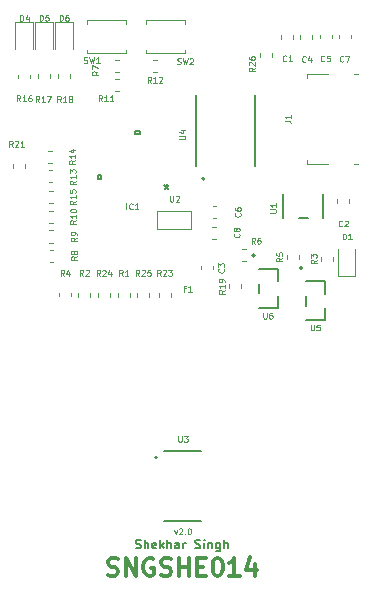
<source format=gbr>
G04 #@! TF.GenerationSoftware,KiCad,Pcbnew,(5.1.5)-3*
G04 #@! TF.CreationDate,2020-09-28T16:56:36+02:00*
G04 #@! TF.ProjectId,MAX30102_Pulse Ox,4d415833-3031-4303-925f-50756c736520,v1.4*
G04 #@! TF.SameCoordinates,Original*
G04 #@! TF.FileFunction,Legend,Top*
G04 #@! TF.FilePolarity,Positive*
%FSLAX46Y46*%
G04 Gerber Fmt 4.6, Leading zero omitted, Abs format (unit mm)*
G04 Created by KiCad (PCBNEW (5.1.5)-3) date 2020-09-28 16:56:36*
%MOMM*%
%LPD*%
G04 APERTURE LIST*
%ADD10C,0.100000*%
%ADD11C,0.150000*%
%ADD12C,0.350000*%
%ADD13C,0.120000*%
%ADD14C,0.152400*%
%ADD15C,0.080000*%
%ADD16C,0.200000*%
%ADD17C,0.127000*%
G04 APERTURE END LIST*
D10*
X144285714Y-118742857D02*
X144404761Y-119076190D01*
X144523809Y-118742857D01*
X144690476Y-118623809D02*
X144714285Y-118600000D01*
X144761904Y-118576190D01*
X144880952Y-118576190D01*
X144928571Y-118600000D01*
X144952380Y-118623809D01*
X144976190Y-118671428D01*
X144976190Y-118719047D01*
X144952380Y-118790476D01*
X144666666Y-119076190D01*
X144976190Y-119076190D01*
X145190476Y-119028571D02*
X145214285Y-119052380D01*
X145190476Y-119076190D01*
X145166666Y-119052380D01*
X145190476Y-119028571D01*
X145190476Y-119076190D01*
X145523809Y-118576190D02*
X145571428Y-118576190D01*
X145619047Y-118600000D01*
X145642857Y-118623809D01*
X145666666Y-118671428D01*
X145690476Y-118766666D01*
X145690476Y-118885714D01*
X145666666Y-118980952D01*
X145642857Y-119028571D01*
X145619047Y-119052380D01*
X145571428Y-119076190D01*
X145523809Y-119076190D01*
X145476190Y-119052380D01*
X145452380Y-119028571D01*
X145428571Y-118980952D01*
X145404761Y-118885714D01*
X145404761Y-118766666D01*
X145428571Y-118671428D01*
X145452380Y-118623809D01*
X145476190Y-118600000D01*
X145523809Y-118576190D01*
D11*
X141021428Y-120253571D02*
X141128571Y-120289285D01*
X141307142Y-120289285D01*
X141378571Y-120253571D01*
X141414285Y-120217857D01*
X141450000Y-120146428D01*
X141450000Y-120075000D01*
X141414285Y-120003571D01*
X141378571Y-119967857D01*
X141307142Y-119932142D01*
X141164285Y-119896428D01*
X141092857Y-119860714D01*
X141057142Y-119825000D01*
X141021428Y-119753571D01*
X141021428Y-119682142D01*
X141057142Y-119610714D01*
X141092857Y-119575000D01*
X141164285Y-119539285D01*
X141342857Y-119539285D01*
X141450000Y-119575000D01*
X141771428Y-120289285D02*
X141771428Y-119539285D01*
X142092857Y-120289285D02*
X142092857Y-119896428D01*
X142057142Y-119825000D01*
X141985714Y-119789285D01*
X141878571Y-119789285D01*
X141807142Y-119825000D01*
X141771428Y-119860714D01*
X142735714Y-120253571D02*
X142664285Y-120289285D01*
X142521428Y-120289285D01*
X142450000Y-120253571D01*
X142414285Y-120182142D01*
X142414285Y-119896428D01*
X142450000Y-119825000D01*
X142521428Y-119789285D01*
X142664285Y-119789285D01*
X142735714Y-119825000D01*
X142771428Y-119896428D01*
X142771428Y-119967857D01*
X142414285Y-120039285D01*
X143092857Y-120289285D02*
X143092857Y-119539285D01*
X143164285Y-120003571D02*
X143378571Y-120289285D01*
X143378571Y-119789285D02*
X143092857Y-120075000D01*
X143700000Y-120289285D02*
X143700000Y-119539285D01*
X144021428Y-120289285D02*
X144021428Y-119896428D01*
X143985714Y-119825000D01*
X143914285Y-119789285D01*
X143807142Y-119789285D01*
X143735714Y-119825000D01*
X143700000Y-119860714D01*
X144700000Y-120289285D02*
X144700000Y-119896428D01*
X144664285Y-119825000D01*
X144592857Y-119789285D01*
X144450000Y-119789285D01*
X144378571Y-119825000D01*
X144700000Y-120253571D02*
X144628571Y-120289285D01*
X144450000Y-120289285D01*
X144378571Y-120253571D01*
X144342857Y-120182142D01*
X144342857Y-120110714D01*
X144378571Y-120039285D01*
X144450000Y-120003571D01*
X144628571Y-120003571D01*
X144700000Y-119967857D01*
X145057142Y-120289285D02*
X145057142Y-119789285D01*
X145057142Y-119932142D02*
X145092857Y-119860714D01*
X145128571Y-119825000D01*
X145200000Y-119789285D01*
X145271428Y-119789285D01*
X146057142Y-120253571D02*
X146164285Y-120289285D01*
X146342857Y-120289285D01*
X146414285Y-120253571D01*
X146450000Y-120217857D01*
X146485714Y-120146428D01*
X146485714Y-120075000D01*
X146450000Y-120003571D01*
X146414285Y-119967857D01*
X146342857Y-119932142D01*
X146200000Y-119896428D01*
X146128571Y-119860714D01*
X146092857Y-119825000D01*
X146057142Y-119753571D01*
X146057142Y-119682142D01*
X146092857Y-119610714D01*
X146128571Y-119575000D01*
X146200000Y-119539285D01*
X146378571Y-119539285D01*
X146485714Y-119575000D01*
X146807142Y-120289285D02*
X146807142Y-119789285D01*
X146807142Y-119539285D02*
X146771428Y-119575000D01*
X146807142Y-119610714D01*
X146842857Y-119575000D01*
X146807142Y-119539285D01*
X146807142Y-119610714D01*
X147164285Y-119789285D02*
X147164285Y-120289285D01*
X147164285Y-119860714D02*
X147200000Y-119825000D01*
X147271428Y-119789285D01*
X147378571Y-119789285D01*
X147450000Y-119825000D01*
X147485714Y-119896428D01*
X147485714Y-120289285D01*
X148164285Y-119789285D02*
X148164285Y-120396428D01*
X148128571Y-120467857D01*
X148092857Y-120503571D01*
X148021428Y-120539285D01*
X147914285Y-120539285D01*
X147842857Y-120503571D01*
X148164285Y-120253571D02*
X148092857Y-120289285D01*
X147950000Y-120289285D01*
X147878571Y-120253571D01*
X147842857Y-120217857D01*
X147807142Y-120146428D01*
X147807142Y-119932142D01*
X147842857Y-119860714D01*
X147878571Y-119825000D01*
X147950000Y-119789285D01*
X148092857Y-119789285D01*
X148164285Y-119825000D01*
X148521428Y-120289285D02*
X148521428Y-119539285D01*
X148842857Y-120289285D02*
X148842857Y-119896428D01*
X148807142Y-119825000D01*
X148735714Y-119789285D01*
X148628571Y-119789285D01*
X148557142Y-119825000D01*
X148521428Y-119860714D01*
D12*
X138664285Y-122532142D02*
X138878571Y-122603571D01*
X139235714Y-122603571D01*
X139378571Y-122532142D01*
X139450000Y-122460714D01*
X139521428Y-122317857D01*
X139521428Y-122175000D01*
X139450000Y-122032142D01*
X139378571Y-121960714D01*
X139235714Y-121889285D01*
X138950000Y-121817857D01*
X138807142Y-121746428D01*
X138735714Y-121675000D01*
X138664285Y-121532142D01*
X138664285Y-121389285D01*
X138735714Y-121246428D01*
X138807142Y-121175000D01*
X138950000Y-121103571D01*
X139307142Y-121103571D01*
X139521428Y-121175000D01*
X140164285Y-122603571D02*
X140164285Y-121103571D01*
X141021428Y-122603571D01*
X141021428Y-121103571D01*
X142521428Y-121175000D02*
X142378571Y-121103571D01*
X142164285Y-121103571D01*
X141950000Y-121175000D01*
X141807142Y-121317857D01*
X141735714Y-121460714D01*
X141664285Y-121746428D01*
X141664285Y-121960714D01*
X141735714Y-122246428D01*
X141807142Y-122389285D01*
X141950000Y-122532142D01*
X142164285Y-122603571D01*
X142307142Y-122603571D01*
X142521428Y-122532142D01*
X142592857Y-122460714D01*
X142592857Y-121960714D01*
X142307142Y-121960714D01*
X143164285Y-122532142D02*
X143378571Y-122603571D01*
X143735714Y-122603571D01*
X143878571Y-122532142D01*
X143950000Y-122460714D01*
X144021428Y-122317857D01*
X144021428Y-122175000D01*
X143950000Y-122032142D01*
X143878571Y-121960714D01*
X143735714Y-121889285D01*
X143450000Y-121817857D01*
X143307142Y-121746428D01*
X143235714Y-121675000D01*
X143164285Y-121532142D01*
X143164285Y-121389285D01*
X143235714Y-121246428D01*
X143307142Y-121175000D01*
X143450000Y-121103571D01*
X143807142Y-121103571D01*
X144021428Y-121175000D01*
X144664285Y-122603571D02*
X144664285Y-121103571D01*
X144664285Y-121817857D02*
X145521428Y-121817857D01*
X145521428Y-122603571D02*
X145521428Y-121103571D01*
X146235714Y-121817857D02*
X146735714Y-121817857D01*
X146950000Y-122603571D02*
X146235714Y-122603571D01*
X146235714Y-121103571D01*
X146950000Y-121103571D01*
X147878571Y-121103571D02*
X148021428Y-121103571D01*
X148164285Y-121175000D01*
X148235714Y-121246428D01*
X148307142Y-121389285D01*
X148378571Y-121675000D01*
X148378571Y-122032142D01*
X148307142Y-122317857D01*
X148235714Y-122460714D01*
X148164285Y-122532142D01*
X148021428Y-122603571D01*
X147878571Y-122603571D01*
X147735714Y-122532142D01*
X147664285Y-122460714D01*
X147592857Y-122317857D01*
X147521428Y-122032142D01*
X147521428Y-121675000D01*
X147592857Y-121389285D01*
X147664285Y-121246428D01*
X147735714Y-121175000D01*
X147878571Y-121103571D01*
X149807142Y-122603571D02*
X148950000Y-122603571D01*
X149378571Y-122603571D02*
X149378571Y-121103571D01*
X149235714Y-121317857D01*
X149092857Y-121460714D01*
X148950000Y-121532142D01*
X151092857Y-121603571D02*
X151092857Y-122603571D01*
X150735714Y-121032142D02*
X150378571Y-122103571D01*
X151307142Y-122103571D01*
D13*
X153315000Y-76787221D02*
X153315000Y-77112779D01*
X154335000Y-76787221D02*
X154335000Y-77112779D01*
X158065000Y-90724721D02*
X158065000Y-91050279D01*
X159085000Y-90724721D02*
X159085000Y-91050279D01*
X146540000Y-96662779D02*
X146540000Y-96337221D01*
X147560000Y-96662779D02*
X147560000Y-96337221D01*
X155960000Y-76787221D02*
X155960000Y-77112779D01*
X154940000Y-76787221D02*
X154940000Y-77112779D01*
X157610000Y-76774721D02*
X157610000Y-77100279D01*
X156590000Y-76774721D02*
X156590000Y-77100279D01*
X147524721Y-91265000D02*
X147850279Y-91265000D01*
X147524721Y-92285000D02*
X147850279Y-92285000D01*
X158215000Y-76774721D02*
X158215000Y-77100279D01*
X159235000Y-76774721D02*
X159235000Y-77100279D01*
X147512221Y-94085000D02*
X147837779Y-94085000D01*
X147512221Y-93065000D02*
X147837779Y-93065000D01*
X159585000Y-97247500D02*
X159585000Y-94962500D01*
X158115000Y-97247500D02*
X159585000Y-97247500D01*
X158115000Y-94962500D02*
X158115000Y-97247500D01*
X132285000Y-78025000D02*
X132285000Y-75740000D01*
X132285000Y-75740000D02*
X130815000Y-75740000D01*
X130815000Y-75740000D02*
X130815000Y-78025000D01*
X132515000Y-75740000D02*
X132515000Y-78025000D01*
X133985000Y-75740000D02*
X132515000Y-75740000D01*
X133985000Y-78025000D02*
X133985000Y-75740000D01*
X135685000Y-78000000D02*
X135685000Y-75715000D01*
X135685000Y-75715000D02*
X134215000Y-75715000D01*
X134215000Y-75715000D02*
X134215000Y-78000000D01*
D14*
X141340880Y-85226326D02*
X141340880Y-84972326D01*
X141340880Y-84972326D02*
X140959880Y-84972326D01*
X140959880Y-84972326D02*
X140959880Y-85226326D01*
X140959880Y-85226326D02*
X141340880Y-85226326D01*
X137797326Y-89016260D02*
X137797326Y-88635260D01*
X137797326Y-88635260D02*
X138051326Y-88635260D01*
X138051326Y-88635260D02*
X138051326Y-89016260D01*
X138051326Y-89016260D02*
X137797326Y-89016260D01*
D13*
X155490000Y-80115000D02*
X155490000Y-80495000D01*
X159540000Y-80115000D02*
X159800000Y-80115000D01*
X155490000Y-80115000D02*
X157260000Y-80115000D01*
X155490000Y-87735000D02*
X155490000Y-87355000D01*
X157260000Y-87735000D02*
X155490000Y-87735000D01*
X159800000Y-87735000D02*
X159540000Y-87735000D01*
X140510000Y-98962779D02*
X140510000Y-98637221D01*
X139490000Y-98962779D02*
X139490000Y-98637221D01*
X136165000Y-98962779D02*
X136165000Y-98637221D01*
X137185000Y-98962779D02*
X137185000Y-98637221D01*
X157685000Y-95912779D02*
X157685000Y-95587221D01*
X156665000Y-95912779D02*
X156665000Y-95587221D01*
X135535000Y-98950279D02*
X135535000Y-98624721D01*
X134515000Y-98950279D02*
X134515000Y-98624721D01*
X153865000Y-95800279D02*
X153865000Y-95474721D01*
X154885000Y-95800279D02*
X154885000Y-95474721D01*
X150049721Y-95935000D02*
X150375279Y-95935000D01*
X150049721Y-94915000D02*
X150375279Y-94915000D01*
X139262221Y-80565000D02*
X139587779Y-80565000D01*
X139262221Y-81585000D02*
X139587779Y-81585000D01*
X134050279Y-95015000D02*
X133724721Y-95015000D01*
X134050279Y-96035000D02*
X133724721Y-96035000D01*
X134025279Y-94385000D02*
X133699721Y-94385000D01*
X134025279Y-93365000D02*
X133699721Y-93365000D01*
X134000279Y-91690000D02*
X133674721Y-91690000D01*
X134000279Y-92710000D02*
X133674721Y-92710000D01*
X139287221Y-79985000D02*
X139612779Y-79985000D01*
X139287221Y-78965000D02*
X139612779Y-78965000D01*
X142800279Y-79985000D02*
X142474721Y-79985000D01*
X142800279Y-78965000D02*
X142474721Y-78965000D01*
X133962779Y-88265000D02*
X133637221Y-88265000D01*
X133962779Y-89285000D02*
X133637221Y-89285000D01*
X133950279Y-87635000D02*
X133624721Y-87635000D01*
X133950279Y-86615000D02*
X133624721Y-86615000D01*
X133987779Y-90015000D02*
X133662221Y-90015000D01*
X133987779Y-91035000D02*
X133662221Y-91035000D01*
X132035000Y-80162221D02*
X132035000Y-80487779D01*
X131015000Y-80162221D02*
X131015000Y-80487779D01*
X132740000Y-80149721D02*
X132740000Y-80475279D01*
X133760000Y-80149721D02*
X133760000Y-80475279D01*
X135460000Y-80149721D02*
X135460000Y-80475279D01*
X134440000Y-80149721D02*
X134440000Y-80475279D01*
X148915000Y-98262779D02*
X148915000Y-97937221D01*
X149935000Y-98262779D02*
X149935000Y-97937221D01*
X130590000Y-88037779D02*
X130590000Y-87712221D01*
X131610000Y-88037779D02*
X131610000Y-87712221D01*
X143985000Y-98662221D02*
X143985000Y-98987779D01*
X142965000Y-98662221D02*
X142965000Y-98987779D01*
X137815000Y-98662221D02*
X137815000Y-98987779D01*
X138835000Y-98662221D02*
X138835000Y-98987779D01*
X142160000Y-98637221D02*
X142160000Y-98962779D01*
X141140000Y-98637221D02*
X141140000Y-98962779D01*
X152535000Y-78700279D02*
X152535000Y-78374721D01*
X151515000Y-78700279D02*
X151515000Y-78374721D01*
X136875000Y-78375000D02*
X136875000Y-78075000D01*
X140175000Y-78375000D02*
X136875000Y-78375000D01*
X140175000Y-78075000D02*
X140175000Y-78375000D01*
X136875000Y-75575000D02*
X136875000Y-75875000D01*
X140175000Y-75575000D02*
X136875000Y-75575000D01*
X140175000Y-75875000D02*
X140175000Y-75575000D01*
X141925000Y-78075000D02*
X141925000Y-78375000D01*
X141925000Y-78375000D02*
X145225000Y-78375000D01*
X145225000Y-78375000D02*
X145225000Y-78075000D01*
X141925000Y-75875000D02*
X141925000Y-75575000D01*
X141925000Y-75575000D02*
X145225000Y-75575000D01*
X145225000Y-75575000D02*
X145225000Y-75875000D01*
D14*
X153523600Y-90271300D02*
X153523600Y-92328700D01*
X154836739Y-92328700D02*
X155563261Y-92328700D01*
X156876400Y-92328700D02*
X156876400Y-90271300D01*
D15*
X145725000Y-91675000D02*
X145725000Y-93275000D01*
X142825000Y-91675000D02*
X142825000Y-93275000D01*
X145725000Y-91675000D02*
X142825000Y-91675000D01*
X145725000Y-93275000D02*
X142825000Y-93275000D01*
D14*
X143425200Y-117971800D02*
X146574800Y-117971800D01*
X146574800Y-112028200D02*
X143425200Y-112028200D01*
X142826801Y-112600000D02*
G75*
G03X142826801Y-112600000I-76200J0D01*
G01*
D16*
X146820000Y-88985000D02*
G75*
G03X146820000Y-88985000I-100000J0D01*
G01*
D17*
X146125000Y-87925000D02*
X146125000Y-81925000D01*
X151125000Y-87925000D02*
X151125000Y-81925000D01*
D14*
X155417999Y-98913140D02*
X155417999Y-99736858D01*
X155417999Y-100976999D02*
X157071999Y-100976999D01*
X157071999Y-100976999D02*
X157071999Y-99938139D01*
X157071999Y-97672999D02*
X155417999Y-97672999D01*
X157071999Y-98711859D02*
X157071999Y-97672999D01*
X155121999Y-96529999D02*
G75*
G03X155121999Y-96529999I-127000J0D01*
G01*
X151152000Y-95480000D02*
G75*
G03X151152000Y-95480000I-127000J0D01*
G01*
X153102000Y-97661860D02*
X153102000Y-96623000D01*
X153102000Y-96623000D02*
X151448000Y-96623000D01*
X153102000Y-99927000D02*
X153102000Y-98888140D01*
X151448000Y-99927000D02*
X153102000Y-99927000D01*
X151448000Y-97863141D02*
X151448000Y-98686859D01*
D10*
X153771667Y-78998570D02*
X153747858Y-79022379D01*
X153676429Y-79046189D01*
X153628810Y-79046189D01*
X153557381Y-79022379D01*
X153509762Y-78974760D01*
X153485953Y-78927141D01*
X153462143Y-78831903D01*
X153462143Y-78760475D01*
X153485953Y-78665237D01*
X153509762Y-78617618D01*
X153557381Y-78569999D01*
X153628810Y-78546189D01*
X153676429Y-78546189D01*
X153747858Y-78569999D01*
X153771667Y-78593808D01*
X154247858Y-79046189D02*
X153962143Y-79046189D01*
X154105001Y-79046189D02*
X154105001Y-78546189D01*
X154057381Y-78617618D01*
X154009762Y-78665237D01*
X153962143Y-78689046D01*
X158516666Y-92978571D02*
X158492857Y-93002380D01*
X158421428Y-93026190D01*
X158373809Y-93026190D01*
X158302380Y-93002380D01*
X158254761Y-92954761D01*
X158230952Y-92907142D01*
X158207142Y-92811904D01*
X158207142Y-92740476D01*
X158230952Y-92645238D01*
X158254761Y-92597619D01*
X158302380Y-92550000D01*
X158373809Y-92526190D01*
X158421428Y-92526190D01*
X158492857Y-92550000D01*
X158516666Y-92573809D01*
X158707142Y-92573809D02*
X158730952Y-92550000D01*
X158778571Y-92526190D01*
X158897619Y-92526190D01*
X158945238Y-92550000D01*
X158969047Y-92573809D01*
X158992857Y-92621428D01*
X158992857Y-92669047D01*
X158969047Y-92740476D01*
X158683333Y-93026190D01*
X158992857Y-93026190D01*
X148453571Y-96620833D02*
X148477380Y-96644642D01*
X148501190Y-96716071D01*
X148501190Y-96763690D01*
X148477380Y-96835119D01*
X148429761Y-96882738D01*
X148382142Y-96906547D01*
X148286904Y-96930357D01*
X148215476Y-96930357D01*
X148120238Y-96906547D01*
X148072619Y-96882738D01*
X148025000Y-96835119D01*
X148001190Y-96763690D01*
X148001190Y-96716071D01*
X148025000Y-96644642D01*
X148048809Y-96620833D01*
X148001190Y-96454166D02*
X148001190Y-96144642D01*
X148191666Y-96311309D01*
X148191666Y-96239880D01*
X148215476Y-96192261D01*
X148239285Y-96168452D01*
X148286904Y-96144642D01*
X148405952Y-96144642D01*
X148453571Y-96168452D01*
X148477380Y-96192261D01*
X148501190Y-96239880D01*
X148501190Y-96382738D01*
X148477380Y-96430357D01*
X148453571Y-96454166D01*
X155416666Y-79053571D02*
X155392857Y-79077380D01*
X155321428Y-79101190D01*
X155273809Y-79101190D01*
X155202380Y-79077380D01*
X155154761Y-79029761D01*
X155130952Y-78982142D01*
X155107142Y-78886904D01*
X155107142Y-78815476D01*
X155130952Y-78720238D01*
X155154761Y-78672619D01*
X155202380Y-78625000D01*
X155273809Y-78601190D01*
X155321428Y-78601190D01*
X155392857Y-78625000D01*
X155416666Y-78648809D01*
X155845238Y-78767857D02*
X155845238Y-79101190D01*
X155726190Y-78577380D02*
X155607142Y-78934523D01*
X155916666Y-78934523D01*
X156991666Y-79003571D02*
X156967857Y-79027380D01*
X156896428Y-79051190D01*
X156848809Y-79051190D01*
X156777380Y-79027380D01*
X156729761Y-78979761D01*
X156705952Y-78932142D01*
X156682142Y-78836904D01*
X156682142Y-78765476D01*
X156705952Y-78670238D01*
X156729761Y-78622619D01*
X156777380Y-78575000D01*
X156848809Y-78551190D01*
X156896428Y-78551190D01*
X156967857Y-78575000D01*
X156991666Y-78598809D01*
X157444047Y-78551190D02*
X157205952Y-78551190D01*
X157182142Y-78789285D01*
X157205952Y-78765476D01*
X157253571Y-78741666D01*
X157372619Y-78741666D01*
X157420238Y-78765476D01*
X157444047Y-78789285D01*
X157467857Y-78836904D01*
X157467857Y-78955952D01*
X157444047Y-79003571D01*
X157420238Y-79027380D01*
X157372619Y-79051190D01*
X157253571Y-79051190D01*
X157205952Y-79027380D01*
X157182142Y-79003571D01*
X149853571Y-91883333D02*
X149877380Y-91907142D01*
X149901190Y-91978571D01*
X149901190Y-92026190D01*
X149877380Y-92097619D01*
X149829761Y-92145238D01*
X149782142Y-92169047D01*
X149686904Y-92192857D01*
X149615476Y-92192857D01*
X149520238Y-92169047D01*
X149472619Y-92145238D01*
X149425000Y-92097619D01*
X149401190Y-92026190D01*
X149401190Y-91978571D01*
X149425000Y-91907142D01*
X149448809Y-91883333D01*
X149401190Y-91454761D02*
X149401190Y-91550000D01*
X149425000Y-91597619D01*
X149448809Y-91621428D01*
X149520238Y-91669047D01*
X149615476Y-91692857D01*
X149805952Y-91692857D01*
X149853571Y-91669047D01*
X149877380Y-91645238D01*
X149901190Y-91597619D01*
X149901190Y-91502380D01*
X149877380Y-91454761D01*
X149853571Y-91430952D01*
X149805952Y-91407142D01*
X149686904Y-91407142D01*
X149639285Y-91430952D01*
X149615476Y-91454761D01*
X149591666Y-91502380D01*
X149591666Y-91597619D01*
X149615476Y-91645238D01*
X149639285Y-91669047D01*
X149686904Y-91692857D01*
X158591666Y-79028571D02*
X158567857Y-79052380D01*
X158496428Y-79076190D01*
X158448809Y-79076190D01*
X158377380Y-79052380D01*
X158329761Y-79004761D01*
X158305952Y-78957142D01*
X158282142Y-78861904D01*
X158282142Y-78790476D01*
X158305952Y-78695238D01*
X158329761Y-78647619D01*
X158377380Y-78600000D01*
X158448809Y-78576190D01*
X158496428Y-78576190D01*
X158567857Y-78600000D01*
X158591666Y-78623809D01*
X158758333Y-78576190D02*
X159091666Y-78576190D01*
X158877380Y-79076190D01*
X149778571Y-93633333D02*
X149802380Y-93657142D01*
X149826190Y-93728571D01*
X149826190Y-93776190D01*
X149802380Y-93847619D01*
X149754761Y-93895238D01*
X149707142Y-93919047D01*
X149611904Y-93942857D01*
X149540476Y-93942857D01*
X149445238Y-93919047D01*
X149397619Y-93895238D01*
X149350000Y-93847619D01*
X149326190Y-93776190D01*
X149326190Y-93728571D01*
X149350000Y-93657142D01*
X149373809Y-93633333D01*
X149540476Y-93347619D02*
X149516666Y-93395238D01*
X149492857Y-93419047D01*
X149445238Y-93442857D01*
X149421428Y-93442857D01*
X149373809Y-93419047D01*
X149350000Y-93395238D01*
X149326190Y-93347619D01*
X149326190Y-93252380D01*
X149350000Y-93204761D01*
X149373809Y-93180952D01*
X149421428Y-93157142D01*
X149445238Y-93157142D01*
X149492857Y-93180952D01*
X149516666Y-93204761D01*
X149540476Y-93252380D01*
X149540476Y-93347619D01*
X149564285Y-93395238D01*
X149588095Y-93419047D01*
X149635714Y-93442857D01*
X149730952Y-93442857D01*
X149778571Y-93419047D01*
X149802380Y-93395238D01*
X149826190Y-93347619D01*
X149826190Y-93252380D01*
X149802380Y-93204761D01*
X149778571Y-93180952D01*
X149730952Y-93157142D01*
X149635714Y-93157142D01*
X149588095Y-93180952D01*
X149564285Y-93204761D01*
X149540476Y-93252380D01*
X158530952Y-94126190D02*
X158530952Y-93626190D01*
X158650000Y-93626190D01*
X158721428Y-93650000D01*
X158769047Y-93697619D01*
X158792857Y-93745238D01*
X158816666Y-93840476D01*
X158816666Y-93911904D01*
X158792857Y-94007142D01*
X158769047Y-94054761D01*
X158721428Y-94102380D01*
X158650000Y-94126190D01*
X158530952Y-94126190D01*
X159292857Y-94126190D02*
X159007142Y-94126190D01*
X159150000Y-94126190D02*
X159150000Y-93626190D01*
X159102380Y-93697619D01*
X159054761Y-93745238D01*
X159007142Y-93769047D01*
X131230952Y-75626190D02*
X131230952Y-75126190D01*
X131350000Y-75126190D01*
X131421428Y-75150000D01*
X131469047Y-75197619D01*
X131492857Y-75245238D01*
X131516666Y-75340476D01*
X131516666Y-75411904D01*
X131492857Y-75507142D01*
X131469047Y-75554761D01*
X131421428Y-75602380D01*
X131350000Y-75626190D01*
X131230952Y-75626190D01*
X131945238Y-75292857D02*
X131945238Y-75626190D01*
X131826190Y-75102380D02*
X131707142Y-75459523D01*
X132016666Y-75459523D01*
X132880952Y-75601190D02*
X132880952Y-75101190D01*
X133000000Y-75101190D01*
X133071428Y-75125000D01*
X133119047Y-75172619D01*
X133142857Y-75220238D01*
X133166666Y-75315476D01*
X133166666Y-75386904D01*
X133142857Y-75482142D01*
X133119047Y-75529761D01*
X133071428Y-75577380D01*
X133000000Y-75601190D01*
X132880952Y-75601190D01*
X133619047Y-75101190D02*
X133380952Y-75101190D01*
X133357142Y-75339285D01*
X133380952Y-75315476D01*
X133428571Y-75291666D01*
X133547619Y-75291666D01*
X133595238Y-75315476D01*
X133619047Y-75339285D01*
X133642857Y-75386904D01*
X133642857Y-75505952D01*
X133619047Y-75553571D01*
X133595238Y-75577380D01*
X133547619Y-75601190D01*
X133428571Y-75601190D01*
X133380952Y-75577380D01*
X133357142Y-75553571D01*
X134580952Y-75601190D02*
X134580952Y-75101190D01*
X134700000Y-75101190D01*
X134771428Y-75125000D01*
X134819047Y-75172619D01*
X134842857Y-75220238D01*
X134866666Y-75315476D01*
X134866666Y-75386904D01*
X134842857Y-75482142D01*
X134819047Y-75529761D01*
X134771428Y-75577380D01*
X134700000Y-75601190D01*
X134580952Y-75601190D01*
X135295238Y-75101190D02*
X135200000Y-75101190D01*
X135152380Y-75125000D01*
X135128571Y-75148809D01*
X135080952Y-75220238D01*
X135057142Y-75315476D01*
X135057142Y-75505952D01*
X135080952Y-75553571D01*
X135104761Y-75577380D01*
X135152380Y-75601190D01*
X135247619Y-75601190D01*
X135295238Y-75577380D01*
X135319047Y-75553571D01*
X135342857Y-75505952D01*
X135342857Y-75386904D01*
X135319047Y-75339285D01*
X135295238Y-75315476D01*
X135247619Y-75291666D01*
X135152380Y-75291666D01*
X135104761Y-75315476D01*
X135080952Y-75339285D01*
X135057142Y-75386904D01*
X145233333Y-98274285D02*
X145066666Y-98274285D01*
X145066666Y-98536190D02*
X145066666Y-98036190D01*
X145304761Y-98036190D01*
X145757142Y-98536190D02*
X145471428Y-98536190D01*
X145614285Y-98536190D02*
X145614285Y-98036190D01*
X145566666Y-98107619D01*
X145519047Y-98155238D01*
X145471428Y-98179047D01*
X140231904Y-91561190D02*
X140231904Y-91061190D01*
X140755714Y-91513571D02*
X140731904Y-91537380D01*
X140660476Y-91561190D01*
X140612857Y-91561190D01*
X140541428Y-91537380D01*
X140493809Y-91489761D01*
X140470000Y-91442142D01*
X140446190Y-91346904D01*
X140446190Y-91275476D01*
X140470000Y-91180238D01*
X140493809Y-91132619D01*
X140541428Y-91085000D01*
X140612857Y-91061190D01*
X140660476Y-91061190D01*
X140731904Y-91085000D01*
X140755714Y-91108809D01*
X141231904Y-91561190D02*
X140946190Y-91561190D01*
X141089047Y-91561190D02*
X141089047Y-91061190D01*
X141041428Y-91132619D01*
X140993809Y-91180238D01*
X140946190Y-91204047D01*
D11*
X143629674Y-89409710D02*
X143629674Y-89647806D01*
X143391578Y-89552568D02*
X143629674Y-89647806D01*
X143867769Y-89552568D01*
X143486816Y-89838282D02*
X143629674Y-89647806D01*
X143772531Y-89838282D01*
X143629674Y-89409710D02*
X143629674Y-89647806D01*
X143391578Y-89552568D02*
X143629674Y-89647806D01*
X143867769Y-89552568D01*
X143486816Y-89838282D02*
X143629674Y-89647806D01*
X143772531Y-89838282D01*
D10*
X153626190Y-84091666D02*
X153983333Y-84091666D01*
X154054761Y-84115476D01*
X154102380Y-84163095D01*
X154126190Y-84234523D01*
X154126190Y-84282142D01*
X154126190Y-83591666D02*
X154126190Y-83877380D01*
X154126190Y-83734523D02*
X153626190Y-83734523D01*
X153697619Y-83782142D01*
X153745238Y-83829761D01*
X153769047Y-83877380D01*
X139916666Y-97201190D02*
X139750000Y-96963095D01*
X139630952Y-97201190D02*
X139630952Y-96701190D01*
X139821428Y-96701190D01*
X139869047Y-96725000D01*
X139892857Y-96748809D01*
X139916666Y-96796428D01*
X139916666Y-96867857D01*
X139892857Y-96915476D01*
X139869047Y-96939285D01*
X139821428Y-96963095D01*
X139630952Y-96963095D01*
X140392857Y-97201190D02*
X140107142Y-97201190D01*
X140250000Y-97201190D02*
X140250000Y-96701190D01*
X140202380Y-96772619D01*
X140154761Y-96820238D01*
X140107142Y-96844047D01*
X136591666Y-97176190D02*
X136425000Y-96938095D01*
X136305952Y-97176190D02*
X136305952Y-96676190D01*
X136496428Y-96676190D01*
X136544047Y-96700000D01*
X136567857Y-96723809D01*
X136591666Y-96771428D01*
X136591666Y-96842857D01*
X136567857Y-96890476D01*
X136544047Y-96914285D01*
X136496428Y-96938095D01*
X136305952Y-96938095D01*
X136782142Y-96723809D02*
X136805952Y-96700000D01*
X136853571Y-96676190D01*
X136972619Y-96676190D01*
X137020238Y-96700000D01*
X137044047Y-96723809D01*
X137067857Y-96771428D01*
X137067857Y-96819047D01*
X137044047Y-96890476D01*
X136758333Y-97176190D01*
X137067857Y-97176190D01*
X156326190Y-95833333D02*
X156088095Y-96000000D01*
X156326190Y-96119047D02*
X155826190Y-96119047D01*
X155826190Y-95928571D01*
X155850000Y-95880952D01*
X155873809Y-95857142D01*
X155921428Y-95833333D01*
X155992857Y-95833333D01*
X156040476Y-95857142D01*
X156064285Y-95880952D01*
X156088095Y-95928571D01*
X156088095Y-96119047D01*
X155826190Y-95666666D02*
X155826190Y-95357142D01*
X156016666Y-95523809D01*
X156016666Y-95452380D01*
X156040476Y-95404761D01*
X156064285Y-95380952D01*
X156111904Y-95357142D01*
X156230952Y-95357142D01*
X156278571Y-95380952D01*
X156302380Y-95404761D01*
X156326190Y-95452380D01*
X156326190Y-95595238D01*
X156302380Y-95642857D01*
X156278571Y-95666666D01*
X134966666Y-97201190D02*
X134800000Y-96963095D01*
X134680952Y-97201190D02*
X134680952Y-96701190D01*
X134871428Y-96701190D01*
X134919047Y-96725000D01*
X134942857Y-96748809D01*
X134966666Y-96796428D01*
X134966666Y-96867857D01*
X134942857Y-96915476D01*
X134919047Y-96939285D01*
X134871428Y-96963095D01*
X134680952Y-96963095D01*
X135395238Y-96867857D02*
X135395238Y-97201190D01*
X135276190Y-96677380D02*
X135157142Y-97034523D01*
X135466666Y-97034523D01*
X153426190Y-95683333D02*
X153188095Y-95850000D01*
X153426190Y-95969047D02*
X152926190Y-95969047D01*
X152926190Y-95778571D01*
X152950000Y-95730952D01*
X152973809Y-95707142D01*
X153021428Y-95683333D01*
X153092857Y-95683333D01*
X153140476Y-95707142D01*
X153164285Y-95730952D01*
X153188095Y-95778571D01*
X153188095Y-95969047D01*
X152926190Y-95230952D02*
X152926190Y-95469047D01*
X153164285Y-95492857D01*
X153140476Y-95469047D01*
X153116666Y-95421428D01*
X153116666Y-95302380D01*
X153140476Y-95254761D01*
X153164285Y-95230952D01*
X153211904Y-95207142D01*
X153330952Y-95207142D01*
X153378571Y-95230952D01*
X153402380Y-95254761D01*
X153426190Y-95302380D01*
X153426190Y-95421428D01*
X153402380Y-95469047D01*
X153378571Y-95492857D01*
X151116666Y-94476190D02*
X150950000Y-94238095D01*
X150830952Y-94476190D02*
X150830952Y-93976190D01*
X151021428Y-93976190D01*
X151069047Y-94000000D01*
X151092857Y-94023809D01*
X151116666Y-94071428D01*
X151116666Y-94142857D01*
X151092857Y-94190476D01*
X151069047Y-94214285D01*
X151021428Y-94238095D01*
X150830952Y-94238095D01*
X151545238Y-93976190D02*
X151450000Y-93976190D01*
X151402380Y-94000000D01*
X151378571Y-94023809D01*
X151330952Y-94095238D01*
X151307142Y-94190476D01*
X151307142Y-94380952D01*
X151330952Y-94428571D01*
X151354761Y-94452380D01*
X151402380Y-94476190D01*
X151497619Y-94476190D01*
X151545238Y-94452380D01*
X151569047Y-94428571D01*
X151592857Y-94380952D01*
X151592857Y-94261904D01*
X151569047Y-94214285D01*
X151545238Y-94190476D01*
X151497619Y-94166666D01*
X151402380Y-94166666D01*
X151354761Y-94190476D01*
X151330952Y-94214285D01*
X151307142Y-94261904D01*
X137851190Y-79883333D02*
X137613095Y-80050000D01*
X137851190Y-80169047D02*
X137351190Y-80169047D01*
X137351190Y-79978571D01*
X137375000Y-79930952D01*
X137398809Y-79907142D01*
X137446428Y-79883333D01*
X137517857Y-79883333D01*
X137565476Y-79907142D01*
X137589285Y-79930952D01*
X137613095Y-79978571D01*
X137613095Y-80169047D01*
X137351190Y-79716666D02*
X137351190Y-79383333D01*
X137851190Y-79597619D01*
X136051190Y-95558333D02*
X135813095Y-95725000D01*
X136051190Y-95844047D02*
X135551190Y-95844047D01*
X135551190Y-95653571D01*
X135575000Y-95605952D01*
X135598809Y-95582142D01*
X135646428Y-95558333D01*
X135717857Y-95558333D01*
X135765476Y-95582142D01*
X135789285Y-95605952D01*
X135813095Y-95653571D01*
X135813095Y-95844047D01*
X135765476Y-95272619D02*
X135741666Y-95320238D01*
X135717857Y-95344047D01*
X135670238Y-95367857D01*
X135646428Y-95367857D01*
X135598809Y-95344047D01*
X135575000Y-95320238D01*
X135551190Y-95272619D01*
X135551190Y-95177380D01*
X135575000Y-95129761D01*
X135598809Y-95105952D01*
X135646428Y-95082142D01*
X135670238Y-95082142D01*
X135717857Y-95105952D01*
X135741666Y-95129761D01*
X135765476Y-95177380D01*
X135765476Y-95272619D01*
X135789285Y-95320238D01*
X135813095Y-95344047D01*
X135860714Y-95367857D01*
X135955952Y-95367857D01*
X136003571Y-95344047D01*
X136027380Y-95320238D01*
X136051190Y-95272619D01*
X136051190Y-95177380D01*
X136027380Y-95129761D01*
X136003571Y-95105952D01*
X135955952Y-95082142D01*
X135860714Y-95082142D01*
X135813095Y-95105952D01*
X135789285Y-95129761D01*
X135765476Y-95177380D01*
X136026190Y-93958333D02*
X135788095Y-94125000D01*
X136026190Y-94244047D02*
X135526190Y-94244047D01*
X135526190Y-94053571D01*
X135550000Y-94005952D01*
X135573809Y-93982142D01*
X135621428Y-93958333D01*
X135692857Y-93958333D01*
X135740476Y-93982142D01*
X135764285Y-94005952D01*
X135788095Y-94053571D01*
X135788095Y-94244047D01*
X136026190Y-93720238D02*
X136026190Y-93625000D01*
X136002380Y-93577380D01*
X135978571Y-93553571D01*
X135907142Y-93505952D01*
X135811904Y-93482142D01*
X135621428Y-93482142D01*
X135573809Y-93505952D01*
X135550000Y-93529761D01*
X135526190Y-93577380D01*
X135526190Y-93672619D01*
X135550000Y-93720238D01*
X135573809Y-93744047D01*
X135621428Y-93767857D01*
X135740476Y-93767857D01*
X135788095Y-93744047D01*
X135811904Y-93720238D01*
X135835714Y-93672619D01*
X135835714Y-93577380D01*
X135811904Y-93529761D01*
X135788095Y-93505952D01*
X135740476Y-93482142D01*
X135976190Y-92496428D02*
X135738095Y-92663095D01*
X135976190Y-92782142D02*
X135476190Y-92782142D01*
X135476190Y-92591666D01*
X135500000Y-92544047D01*
X135523809Y-92520238D01*
X135571428Y-92496428D01*
X135642857Y-92496428D01*
X135690476Y-92520238D01*
X135714285Y-92544047D01*
X135738095Y-92591666D01*
X135738095Y-92782142D01*
X135976190Y-92020238D02*
X135976190Y-92305952D01*
X135976190Y-92163095D02*
X135476190Y-92163095D01*
X135547619Y-92210714D01*
X135595238Y-92258333D01*
X135619047Y-92305952D01*
X135476190Y-91710714D02*
X135476190Y-91663095D01*
X135500000Y-91615476D01*
X135523809Y-91591666D01*
X135571428Y-91567857D01*
X135666666Y-91544047D01*
X135785714Y-91544047D01*
X135880952Y-91567857D01*
X135928571Y-91591666D01*
X135952380Y-91615476D01*
X135976190Y-91663095D01*
X135976190Y-91710714D01*
X135952380Y-91758333D01*
X135928571Y-91782142D01*
X135880952Y-91805952D01*
X135785714Y-91829761D01*
X135666666Y-91829761D01*
X135571428Y-91805952D01*
X135523809Y-91782142D01*
X135500000Y-91758333D01*
X135476190Y-91710714D01*
X138178571Y-82426190D02*
X138011904Y-82188095D01*
X137892857Y-82426190D02*
X137892857Y-81926190D01*
X138083333Y-81926190D01*
X138130952Y-81950000D01*
X138154761Y-81973809D01*
X138178571Y-82021428D01*
X138178571Y-82092857D01*
X138154761Y-82140476D01*
X138130952Y-82164285D01*
X138083333Y-82188095D01*
X137892857Y-82188095D01*
X138654761Y-82426190D02*
X138369047Y-82426190D01*
X138511904Y-82426190D02*
X138511904Y-81926190D01*
X138464285Y-81997619D01*
X138416666Y-82045238D01*
X138369047Y-82069047D01*
X139130952Y-82426190D02*
X138845238Y-82426190D01*
X138988095Y-82426190D02*
X138988095Y-81926190D01*
X138940476Y-81997619D01*
X138892857Y-82045238D01*
X138845238Y-82069047D01*
X142328571Y-80851190D02*
X142161904Y-80613095D01*
X142042857Y-80851190D02*
X142042857Y-80351190D01*
X142233333Y-80351190D01*
X142280952Y-80375000D01*
X142304761Y-80398809D01*
X142328571Y-80446428D01*
X142328571Y-80517857D01*
X142304761Y-80565476D01*
X142280952Y-80589285D01*
X142233333Y-80613095D01*
X142042857Y-80613095D01*
X142804761Y-80851190D02*
X142519047Y-80851190D01*
X142661904Y-80851190D02*
X142661904Y-80351190D01*
X142614285Y-80422619D01*
X142566666Y-80470238D01*
X142519047Y-80494047D01*
X142995238Y-80398809D02*
X143019047Y-80375000D01*
X143066666Y-80351190D01*
X143185714Y-80351190D01*
X143233333Y-80375000D01*
X143257142Y-80398809D01*
X143280952Y-80446428D01*
X143280952Y-80494047D01*
X143257142Y-80565476D01*
X142971428Y-80851190D01*
X143280952Y-80851190D01*
X135926190Y-89146428D02*
X135688095Y-89313095D01*
X135926190Y-89432142D02*
X135426190Y-89432142D01*
X135426190Y-89241666D01*
X135450000Y-89194047D01*
X135473809Y-89170238D01*
X135521428Y-89146428D01*
X135592857Y-89146428D01*
X135640476Y-89170238D01*
X135664285Y-89194047D01*
X135688095Y-89241666D01*
X135688095Y-89432142D01*
X135926190Y-88670238D02*
X135926190Y-88955952D01*
X135926190Y-88813095D02*
X135426190Y-88813095D01*
X135497619Y-88860714D01*
X135545238Y-88908333D01*
X135569047Y-88955952D01*
X135426190Y-88503571D02*
X135426190Y-88194047D01*
X135616666Y-88360714D01*
X135616666Y-88289285D01*
X135640476Y-88241666D01*
X135664285Y-88217857D01*
X135711904Y-88194047D01*
X135830952Y-88194047D01*
X135878571Y-88217857D01*
X135902380Y-88241666D01*
X135926190Y-88289285D01*
X135926190Y-88432142D01*
X135902380Y-88479761D01*
X135878571Y-88503571D01*
X135901190Y-87421428D02*
X135663095Y-87588095D01*
X135901190Y-87707142D02*
X135401190Y-87707142D01*
X135401190Y-87516666D01*
X135425000Y-87469047D01*
X135448809Y-87445238D01*
X135496428Y-87421428D01*
X135567857Y-87421428D01*
X135615476Y-87445238D01*
X135639285Y-87469047D01*
X135663095Y-87516666D01*
X135663095Y-87707142D01*
X135901190Y-86945238D02*
X135901190Y-87230952D01*
X135901190Y-87088095D02*
X135401190Y-87088095D01*
X135472619Y-87135714D01*
X135520238Y-87183333D01*
X135544047Y-87230952D01*
X135567857Y-86516666D02*
X135901190Y-86516666D01*
X135377380Y-86635714D02*
X135734523Y-86754761D01*
X135734523Y-86445238D01*
X135926190Y-90846428D02*
X135688095Y-91013095D01*
X135926190Y-91132142D02*
X135426190Y-91132142D01*
X135426190Y-90941666D01*
X135450000Y-90894047D01*
X135473809Y-90870238D01*
X135521428Y-90846428D01*
X135592857Y-90846428D01*
X135640476Y-90870238D01*
X135664285Y-90894047D01*
X135688095Y-90941666D01*
X135688095Y-91132142D01*
X135926190Y-90370238D02*
X135926190Y-90655952D01*
X135926190Y-90513095D02*
X135426190Y-90513095D01*
X135497619Y-90560714D01*
X135545238Y-90608333D01*
X135569047Y-90655952D01*
X135426190Y-89917857D02*
X135426190Y-90155952D01*
X135664285Y-90179761D01*
X135640476Y-90155952D01*
X135616666Y-90108333D01*
X135616666Y-89989285D01*
X135640476Y-89941666D01*
X135664285Y-89917857D01*
X135711904Y-89894047D01*
X135830952Y-89894047D01*
X135878571Y-89917857D01*
X135902380Y-89941666D01*
X135926190Y-89989285D01*
X135926190Y-90108333D01*
X135902380Y-90155952D01*
X135878571Y-90179761D01*
X131253571Y-82426190D02*
X131086904Y-82188095D01*
X130967857Y-82426190D02*
X130967857Y-81926190D01*
X131158333Y-81926190D01*
X131205952Y-81950000D01*
X131229761Y-81973809D01*
X131253571Y-82021428D01*
X131253571Y-82092857D01*
X131229761Y-82140476D01*
X131205952Y-82164285D01*
X131158333Y-82188095D01*
X130967857Y-82188095D01*
X131729761Y-82426190D02*
X131444047Y-82426190D01*
X131586904Y-82426190D02*
X131586904Y-81926190D01*
X131539285Y-81997619D01*
X131491666Y-82045238D01*
X131444047Y-82069047D01*
X132158333Y-81926190D02*
X132063095Y-81926190D01*
X132015476Y-81950000D01*
X131991666Y-81973809D01*
X131944047Y-82045238D01*
X131920238Y-82140476D01*
X131920238Y-82330952D01*
X131944047Y-82378571D01*
X131967857Y-82402380D01*
X132015476Y-82426190D01*
X132110714Y-82426190D01*
X132158333Y-82402380D01*
X132182142Y-82378571D01*
X132205952Y-82330952D01*
X132205952Y-82211904D01*
X132182142Y-82164285D01*
X132158333Y-82140476D01*
X132110714Y-82116666D01*
X132015476Y-82116666D01*
X131967857Y-82140476D01*
X131944047Y-82164285D01*
X131920238Y-82211904D01*
X132853571Y-82476190D02*
X132686904Y-82238095D01*
X132567857Y-82476190D02*
X132567857Y-81976190D01*
X132758333Y-81976190D01*
X132805952Y-82000000D01*
X132829761Y-82023809D01*
X132853571Y-82071428D01*
X132853571Y-82142857D01*
X132829761Y-82190476D01*
X132805952Y-82214285D01*
X132758333Y-82238095D01*
X132567857Y-82238095D01*
X133329761Y-82476190D02*
X133044047Y-82476190D01*
X133186904Y-82476190D02*
X133186904Y-81976190D01*
X133139285Y-82047619D01*
X133091666Y-82095238D01*
X133044047Y-82119047D01*
X133496428Y-81976190D02*
X133829761Y-81976190D01*
X133615476Y-82476190D01*
X134678571Y-82476190D02*
X134511904Y-82238095D01*
X134392857Y-82476190D02*
X134392857Y-81976190D01*
X134583333Y-81976190D01*
X134630952Y-82000000D01*
X134654761Y-82023809D01*
X134678571Y-82071428D01*
X134678571Y-82142857D01*
X134654761Y-82190476D01*
X134630952Y-82214285D01*
X134583333Y-82238095D01*
X134392857Y-82238095D01*
X135154761Y-82476190D02*
X134869047Y-82476190D01*
X135011904Y-82476190D02*
X135011904Y-81976190D01*
X134964285Y-82047619D01*
X134916666Y-82095238D01*
X134869047Y-82119047D01*
X135440476Y-82190476D02*
X135392857Y-82166666D01*
X135369047Y-82142857D01*
X135345238Y-82095238D01*
X135345238Y-82071428D01*
X135369047Y-82023809D01*
X135392857Y-82000000D01*
X135440476Y-81976190D01*
X135535714Y-81976190D01*
X135583333Y-82000000D01*
X135607142Y-82023809D01*
X135630952Y-82071428D01*
X135630952Y-82095238D01*
X135607142Y-82142857D01*
X135583333Y-82166666D01*
X135535714Y-82190476D01*
X135440476Y-82190476D01*
X135392857Y-82214285D01*
X135369047Y-82238095D01*
X135345238Y-82285714D01*
X135345238Y-82380952D01*
X135369047Y-82428571D01*
X135392857Y-82452380D01*
X135440476Y-82476190D01*
X135535714Y-82476190D01*
X135583333Y-82452380D01*
X135607142Y-82428571D01*
X135630952Y-82380952D01*
X135630952Y-82285714D01*
X135607142Y-82238095D01*
X135583333Y-82214285D01*
X135535714Y-82190476D01*
X148551190Y-98421428D02*
X148313095Y-98588095D01*
X148551190Y-98707142D02*
X148051190Y-98707142D01*
X148051190Y-98516666D01*
X148075000Y-98469047D01*
X148098809Y-98445238D01*
X148146428Y-98421428D01*
X148217857Y-98421428D01*
X148265476Y-98445238D01*
X148289285Y-98469047D01*
X148313095Y-98516666D01*
X148313095Y-98707142D01*
X148551190Y-97945238D02*
X148551190Y-98230952D01*
X148551190Y-98088095D02*
X148051190Y-98088095D01*
X148122619Y-98135714D01*
X148170238Y-98183333D01*
X148194047Y-98230952D01*
X148551190Y-97707142D02*
X148551190Y-97611904D01*
X148527380Y-97564285D01*
X148503571Y-97540476D01*
X148432142Y-97492857D01*
X148336904Y-97469047D01*
X148146428Y-97469047D01*
X148098809Y-97492857D01*
X148075000Y-97516666D01*
X148051190Y-97564285D01*
X148051190Y-97659523D01*
X148075000Y-97707142D01*
X148098809Y-97730952D01*
X148146428Y-97754761D01*
X148265476Y-97754761D01*
X148313095Y-97730952D01*
X148336904Y-97707142D01*
X148360714Y-97659523D01*
X148360714Y-97564285D01*
X148336904Y-97516666D01*
X148313095Y-97492857D01*
X148265476Y-97469047D01*
X130603571Y-86276190D02*
X130436904Y-86038095D01*
X130317857Y-86276190D02*
X130317857Y-85776190D01*
X130508333Y-85776190D01*
X130555952Y-85800000D01*
X130579761Y-85823809D01*
X130603571Y-85871428D01*
X130603571Y-85942857D01*
X130579761Y-85990476D01*
X130555952Y-86014285D01*
X130508333Y-86038095D01*
X130317857Y-86038095D01*
X130794047Y-85823809D02*
X130817857Y-85800000D01*
X130865476Y-85776190D01*
X130984523Y-85776190D01*
X131032142Y-85800000D01*
X131055952Y-85823809D01*
X131079761Y-85871428D01*
X131079761Y-85919047D01*
X131055952Y-85990476D01*
X130770238Y-86276190D01*
X131079761Y-86276190D01*
X131555952Y-86276190D02*
X131270238Y-86276190D01*
X131413095Y-86276190D02*
X131413095Y-85776190D01*
X131365476Y-85847619D01*
X131317857Y-85895238D01*
X131270238Y-85919047D01*
X143128571Y-97201190D02*
X142961904Y-96963095D01*
X142842857Y-97201190D02*
X142842857Y-96701190D01*
X143033333Y-96701190D01*
X143080952Y-96725000D01*
X143104761Y-96748809D01*
X143128571Y-96796428D01*
X143128571Y-96867857D01*
X143104761Y-96915476D01*
X143080952Y-96939285D01*
X143033333Y-96963095D01*
X142842857Y-96963095D01*
X143319047Y-96748809D02*
X143342857Y-96725000D01*
X143390476Y-96701190D01*
X143509523Y-96701190D01*
X143557142Y-96725000D01*
X143580952Y-96748809D01*
X143604761Y-96796428D01*
X143604761Y-96844047D01*
X143580952Y-96915476D01*
X143295238Y-97201190D01*
X143604761Y-97201190D01*
X143771428Y-96701190D02*
X144080952Y-96701190D01*
X143914285Y-96891666D01*
X143985714Y-96891666D01*
X144033333Y-96915476D01*
X144057142Y-96939285D01*
X144080952Y-96986904D01*
X144080952Y-97105952D01*
X144057142Y-97153571D01*
X144033333Y-97177380D01*
X143985714Y-97201190D01*
X143842857Y-97201190D01*
X143795238Y-97177380D01*
X143771428Y-97153571D01*
X138003571Y-97226190D02*
X137836904Y-96988095D01*
X137717857Y-97226190D02*
X137717857Y-96726190D01*
X137908333Y-96726190D01*
X137955952Y-96750000D01*
X137979761Y-96773809D01*
X138003571Y-96821428D01*
X138003571Y-96892857D01*
X137979761Y-96940476D01*
X137955952Y-96964285D01*
X137908333Y-96988095D01*
X137717857Y-96988095D01*
X138194047Y-96773809D02*
X138217857Y-96750000D01*
X138265476Y-96726190D01*
X138384523Y-96726190D01*
X138432142Y-96750000D01*
X138455952Y-96773809D01*
X138479761Y-96821428D01*
X138479761Y-96869047D01*
X138455952Y-96940476D01*
X138170238Y-97226190D01*
X138479761Y-97226190D01*
X138908333Y-96892857D02*
X138908333Y-97226190D01*
X138789285Y-96702380D02*
X138670238Y-97059523D01*
X138979761Y-97059523D01*
X141328571Y-97201190D02*
X141161904Y-96963095D01*
X141042857Y-97201190D02*
X141042857Y-96701190D01*
X141233333Y-96701190D01*
X141280952Y-96725000D01*
X141304761Y-96748809D01*
X141328571Y-96796428D01*
X141328571Y-96867857D01*
X141304761Y-96915476D01*
X141280952Y-96939285D01*
X141233333Y-96963095D01*
X141042857Y-96963095D01*
X141519047Y-96748809D02*
X141542857Y-96725000D01*
X141590476Y-96701190D01*
X141709523Y-96701190D01*
X141757142Y-96725000D01*
X141780952Y-96748809D01*
X141804761Y-96796428D01*
X141804761Y-96844047D01*
X141780952Y-96915476D01*
X141495238Y-97201190D01*
X141804761Y-97201190D01*
X142257142Y-96701190D02*
X142019047Y-96701190D01*
X141995238Y-96939285D01*
X142019047Y-96915476D01*
X142066666Y-96891666D01*
X142185714Y-96891666D01*
X142233333Y-96915476D01*
X142257142Y-96939285D01*
X142280952Y-96986904D01*
X142280952Y-97105952D01*
X142257142Y-97153571D01*
X142233333Y-97177380D01*
X142185714Y-97201190D01*
X142066666Y-97201190D01*
X142019047Y-97177380D01*
X141995238Y-97153571D01*
X151101190Y-79571428D02*
X150863095Y-79738095D01*
X151101190Y-79857142D02*
X150601190Y-79857142D01*
X150601190Y-79666666D01*
X150625000Y-79619047D01*
X150648809Y-79595238D01*
X150696428Y-79571428D01*
X150767857Y-79571428D01*
X150815476Y-79595238D01*
X150839285Y-79619047D01*
X150863095Y-79666666D01*
X150863095Y-79857142D01*
X150648809Y-79380952D02*
X150625000Y-79357142D01*
X150601190Y-79309523D01*
X150601190Y-79190476D01*
X150625000Y-79142857D01*
X150648809Y-79119047D01*
X150696428Y-79095238D01*
X150744047Y-79095238D01*
X150815476Y-79119047D01*
X151101190Y-79404761D01*
X151101190Y-79095238D01*
X150601190Y-78666666D02*
X150601190Y-78761904D01*
X150625000Y-78809523D01*
X150648809Y-78833333D01*
X150720238Y-78880952D01*
X150815476Y-78904761D01*
X151005952Y-78904761D01*
X151053571Y-78880952D01*
X151077380Y-78857142D01*
X151101190Y-78809523D01*
X151101190Y-78714285D01*
X151077380Y-78666666D01*
X151053571Y-78642857D01*
X151005952Y-78619047D01*
X150886904Y-78619047D01*
X150839285Y-78642857D01*
X150815476Y-78666666D01*
X150791666Y-78714285D01*
X150791666Y-78809523D01*
X150815476Y-78857142D01*
X150839285Y-78880952D01*
X150886904Y-78904761D01*
X136633333Y-79152380D02*
X136704761Y-79176190D01*
X136823809Y-79176190D01*
X136871428Y-79152380D01*
X136895238Y-79128571D01*
X136919047Y-79080952D01*
X136919047Y-79033333D01*
X136895238Y-78985714D01*
X136871428Y-78961904D01*
X136823809Y-78938095D01*
X136728571Y-78914285D01*
X136680952Y-78890476D01*
X136657142Y-78866666D01*
X136633333Y-78819047D01*
X136633333Y-78771428D01*
X136657142Y-78723809D01*
X136680952Y-78700000D01*
X136728571Y-78676190D01*
X136847619Y-78676190D01*
X136919047Y-78700000D01*
X137085714Y-78676190D02*
X137204761Y-79176190D01*
X137300000Y-78819047D01*
X137395238Y-79176190D01*
X137514285Y-78676190D01*
X137966666Y-79176190D02*
X137680952Y-79176190D01*
X137823809Y-79176190D02*
X137823809Y-78676190D01*
X137776190Y-78747619D01*
X137728571Y-78795238D01*
X137680952Y-78819047D01*
X144533333Y-79252380D02*
X144604761Y-79276190D01*
X144723809Y-79276190D01*
X144771428Y-79252380D01*
X144795238Y-79228571D01*
X144819047Y-79180952D01*
X144819047Y-79133333D01*
X144795238Y-79085714D01*
X144771428Y-79061904D01*
X144723809Y-79038095D01*
X144628571Y-79014285D01*
X144580952Y-78990476D01*
X144557142Y-78966666D01*
X144533333Y-78919047D01*
X144533333Y-78871428D01*
X144557142Y-78823809D01*
X144580952Y-78800000D01*
X144628571Y-78776190D01*
X144747619Y-78776190D01*
X144819047Y-78800000D01*
X144985714Y-78776190D02*
X145104761Y-79276190D01*
X145200000Y-78919047D01*
X145295238Y-79276190D01*
X145414285Y-78776190D01*
X145580952Y-78823809D02*
X145604761Y-78800000D01*
X145652380Y-78776190D01*
X145771428Y-78776190D01*
X145819047Y-78800000D01*
X145842857Y-78823809D01*
X145866666Y-78871428D01*
X145866666Y-78919047D01*
X145842857Y-78990476D01*
X145557142Y-79276190D01*
X145866666Y-79276190D01*
X152401190Y-91855952D02*
X152805952Y-91855952D01*
X152853571Y-91832142D01*
X152877380Y-91808333D01*
X152901190Y-91760714D01*
X152901190Y-91665476D01*
X152877380Y-91617857D01*
X152853571Y-91594047D01*
X152805952Y-91570238D01*
X152401190Y-91570238D01*
X152901190Y-91070238D02*
X152901190Y-91355952D01*
X152901190Y-91213095D02*
X152401190Y-91213095D01*
X152472619Y-91260714D01*
X152520238Y-91308333D01*
X152544047Y-91355952D01*
X143919047Y-90426190D02*
X143919047Y-90830952D01*
X143942857Y-90878571D01*
X143966666Y-90902380D01*
X144014285Y-90926190D01*
X144109523Y-90926190D01*
X144157142Y-90902380D01*
X144180952Y-90878571D01*
X144204761Y-90830952D01*
X144204761Y-90426190D01*
X144419047Y-90473809D02*
X144442857Y-90450000D01*
X144490476Y-90426190D01*
X144609523Y-90426190D01*
X144657142Y-90450000D01*
X144680952Y-90473809D01*
X144704761Y-90521428D01*
X144704761Y-90569047D01*
X144680952Y-90640476D01*
X144395238Y-90926190D01*
X144704761Y-90926190D01*
X144619047Y-110766190D02*
X144619047Y-111170952D01*
X144642857Y-111218571D01*
X144666666Y-111242380D01*
X144714285Y-111266190D01*
X144809523Y-111266190D01*
X144857142Y-111242380D01*
X144880952Y-111218571D01*
X144904761Y-111170952D01*
X144904761Y-110766190D01*
X145095238Y-110766190D02*
X145404761Y-110766190D01*
X145238095Y-110956666D01*
X145309523Y-110956666D01*
X145357142Y-110980476D01*
X145380952Y-111004285D01*
X145404761Y-111051904D01*
X145404761Y-111170952D01*
X145380952Y-111218571D01*
X145357142Y-111242380D01*
X145309523Y-111266190D01*
X145166666Y-111266190D01*
X145119047Y-111242380D01*
X145095238Y-111218571D01*
X144716190Y-85630952D02*
X145120952Y-85630952D01*
X145168571Y-85607142D01*
X145192380Y-85583333D01*
X145216190Y-85535714D01*
X145216190Y-85440476D01*
X145192380Y-85392857D01*
X145168571Y-85369047D01*
X145120952Y-85345238D01*
X144716190Y-85345238D01*
X144882857Y-84892857D02*
X145216190Y-84892857D01*
X144692380Y-85011904D02*
X145049523Y-85130952D01*
X145049523Y-84821428D01*
X155819047Y-101326190D02*
X155819047Y-101730952D01*
X155842857Y-101778571D01*
X155866666Y-101802380D01*
X155914285Y-101826190D01*
X156009523Y-101826190D01*
X156057142Y-101802380D01*
X156080952Y-101778571D01*
X156104761Y-101730952D01*
X156104761Y-101326190D01*
X156580952Y-101326190D02*
X156342857Y-101326190D01*
X156319047Y-101564285D01*
X156342857Y-101540476D01*
X156390476Y-101516666D01*
X156509523Y-101516666D01*
X156557142Y-101540476D01*
X156580952Y-101564285D01*
X156604761Y-101611904D01*
X156604761Y-101730952D01*
X156580952Y-101778571D01*
X156557142Y-101802380D01*
X156509523Y-101826190D01*
X156390476Y-101826190D01*
X156342857Y-101802380D01*
X156319047Y-101778571D01*
X151819047Y-100326190D02*
X151819047Y-100730952D01*
X151842857Y-100778571D01*
X151866666Y-100802380D01*
X151914285Y-100826190D01*
X152009523Y-100826190D01*
X152057142Y-100802380D01*
X152080952Y-100778571D01*
X152104761Y-100730952D01*
X152104761Y-100326190D01*
X152557142Y-100326190D02*
X152461904Y-100326190D01*
X152414285Y-100350000D01*
X152390476Y-100373809D01*
X152342857Y-100445238D01*
X152319047Y-100540476D01*
X152319047Y-100730952D01*
X152342857Y-100778571D01*
X152366666Y-100802380D01*
X152414285Y-100826190D01*
X152509523Y-100826190D01*
X152557142Y-100802380D01*
X152580952Y-100778571D01*
X152604761Y-100730952D01*
X152604761Y-100611904D01*
X152580952Y-100564285D01*
X152557142Y-100540476D01*
X152509523Y-100516666D01*
X152414285Y-100516666D01*
X152366666Y-100540476D01*
X152342857Y-100564285D01*
X152319047Y-100611904D01*
M02*

</source>
